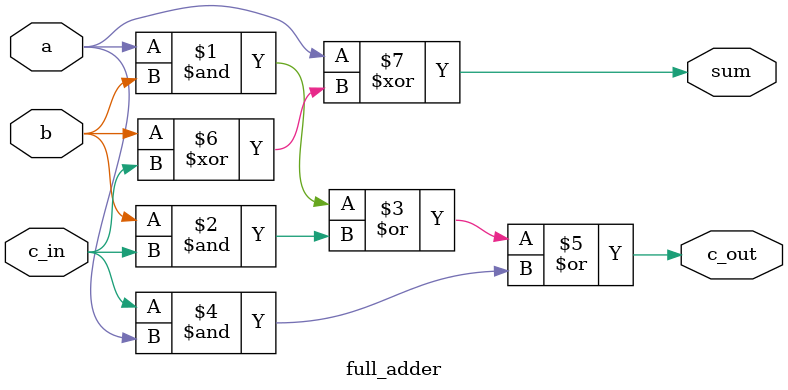
<source format=v>

module top_env;
    reg a, b, c_in;
    wire c_out, sum;
    full_adder my_adder(a, b, c_in, c_out, sum);

    always @(c_out or sum) begin
      $display("time=%d: %b + %b + %b = %b, carry = %b", $time, a, b, c_in, sum, c_out);
    end

    initial begin
      #200
      $finish;
    end

    initial begin
      // test cases
      a = 0; b = 0; c_in = 0; #5
      a = 0; b = 1; c_in = 0; #5
      a = 1; b = 0; c_in = 1; #5
      a = 1; b = 1; c_in = 1;
    end
endmodule

module full_adder(a, b, c_in, c_out, sum);
    input a, b, c_in;
    output wire c_out, sum;
    assign c_out = (a & b) | (b & c_in) | (c_in & a);
    assign sum = a ^ (b ^ c_in);
endmodule
</source>
